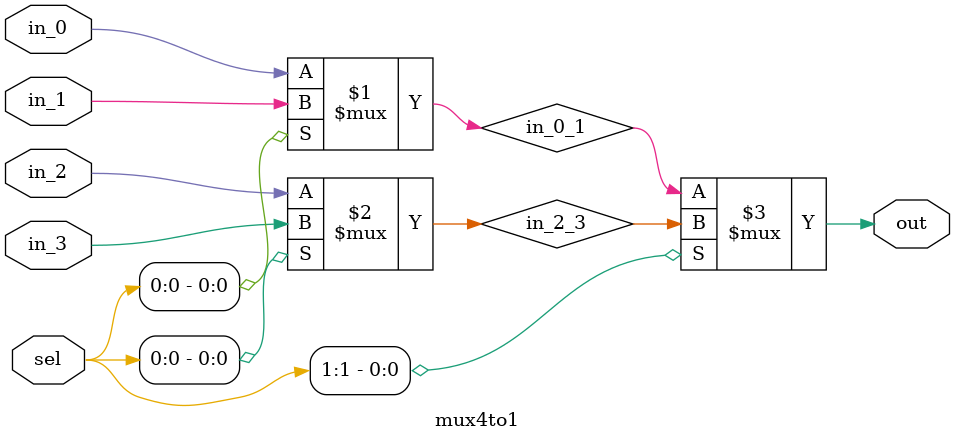
<source format=v>
`timescale 1ns / 1ps


module mux4to1(

    in_0,
    in_1,
    in_2,
    in_3,
    sel,
    out
    );
    
    input in_0, in_1, in_2, in_3;
    input [1:0] sel;
    output out;
    
    wire in_0_1, in_2_3;
    assign in_0_1 = sel[0] ? in_1 : in_0;
    assign in_2_3 = sel[0] ? in_3 : in_2;
    assign out = sel[1] ? in_2_3 : in_0_1;
    
endmodule

</source>
